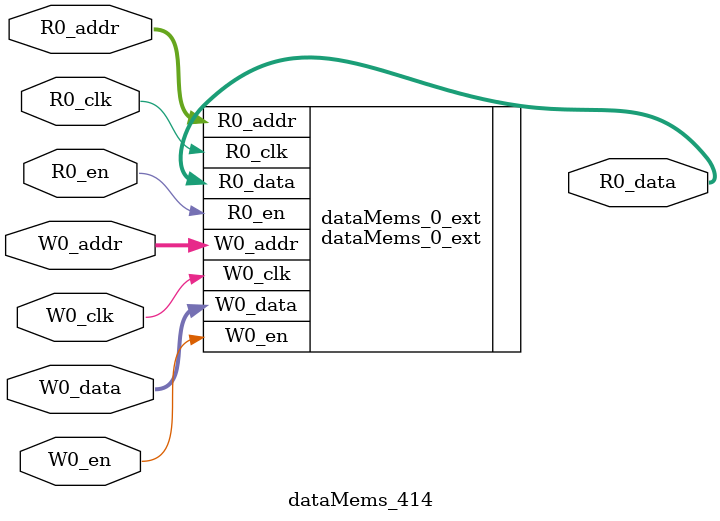
<source format=sv>
`ifndef RANDOMIZE
  `ifdef RANDOMIZE_REG_INIT
    `define RANDOMIZE
  `endif // RANDOMIZE_REG_INIT
`endif // not def RANDOMIZE
`ifndef RANDOMIZE
  `ifdef RANDOMIZE_MEM_INIT
    `define RANDOMIZE
  `endif // RANDOMIZE_MEM_INIT
`endif // not def RANDOMIZE

`ifndef RANDOM
  `define RANDOM $random
`endif // not def RANDOM

// Users can define 'PRINTF_COND' to add an extra gate to prints.
`ifndef PRINTF_COND_
  `ifdef PRINTF_COND
    `define PRINTF_COND_ (`PRINTF_COND)
  `else  // PRINTF_COND
    `define PRINTF_COND_ 1
  `endif // PRINTF_COND
`endif // not def PRINTF_COND_

// Users can define 'ASSERT_VERBOSE_COND' to add an extra gate to assert error printing.
`ifndef ASSERT_VERBOSE_COND_
  `ifdef ASSERT_VERBOSE_COND
    `define ASSERT_VERBOSE_COND_ (`ASSERT_VERBOSE_COND)
  `else  // ASSERT_VERBOSE_COND
    `define ASSERT_VERBOSE_COND_ 1
  `endif // ASSERT_VERBOSE_COND
`endif // not def ASSERT_VERBOSE_COND_

// Users can define 'STOP_COND' to add an extra gate to stop conditions.
`ifndef STOP_COND_
  `ifdef STOP_COND
    `define STOP_COND_ (`STOP_COND)
  `else  // STOP_COND
    `define STOP_COND_ 1
  `endif // STOP_COND
`endif // not def STOP_COND_

// Users can define INIT_RANDOM as general code that gets injected into the
// initializer block for modules with registers.
`ifndef INIT_RANDOM
  `define INIT_RANDOM
`endif // not def INIT_RANDOM

// If using random initialization, you can also define RANDOMIZE_DELAY to
// customize the delay used, otherwise 0.002 is used.
`ifndef RANDOMIZE_DELAY
  `define RANDOMIZE_DELAY 0.002
`endif // not def RANDOMIZE_DELAY

// Define INIT_RANDOM_PROLOG_ for use in our modules below.
`ifndef INIT_RANDOM_PROLOG_
  `ifdef RANDOMIZE
    `ifdef VERILATOR
      `define INIT_RANDOM_PROLOG_ `INIT_RANDOM
    `else  // VERILATOR
      `define INIT_RANDOM_PROLOG_ `INIT_RANDOM #`RANDOMIZE_DELAY begin end
    `endif // VERILATOR
  `else  // RANDOMIZE
    `define INIT_RANDOM_PROLOG_
  `endif // RANDOMIZE
`endif // not def INIT_RANDOM_PROLOG_

// Include register initializers in init blocks unless synthesis is set
`ifndef SYNTHESIS
  `ifndef ENABLE_INITIAL_REG_
    `define ENABLE_INITIAL_REG_
  `endif // not def ENABLE_INITIAL_REG_
`endif // not def SYNTHESIS

// Include rmemory initializers in init blocks unless synthesis is set
`ifndef SYNTHESIS
  `ifndef ENABLE_INITIAL_MEM_
    `define ENABLE_INITIAL_MEM_
  `endif // not def ENABLE_INITIAL_MEM_
`endif // not def SYNTHESIS

module dataMems_414(	// @[generators/ara/src/main/scala/UnsafeAXI4ToTL.scala:365:62]
  input  [4:0]  R0_addr,
  input         R0_en,
  input         R0_clk,
  output [66:0] R0_data,
  input  [4:0]  W0_addr,
  input         W0_en,
  input         W0_clk,
  input  [66:0] W0_data
);

  dataMems_0_ext dataMems_0_ext (	// @[generators/ara/src/main/scala/UnsafeAXI4ToTL.scala:365:62]
    .R0_addr (R0_addr),
    .R0_en   (R0_en),
    .R0_clk  (R0_clk),
    .R0_data (R0_data),
    .W0_addr (W0_addr),
    .W0_en   (W0_en),
    .W0_clk  (W0_clk),
    .W0_data (W0_data)
  );
endmodule


</source>
